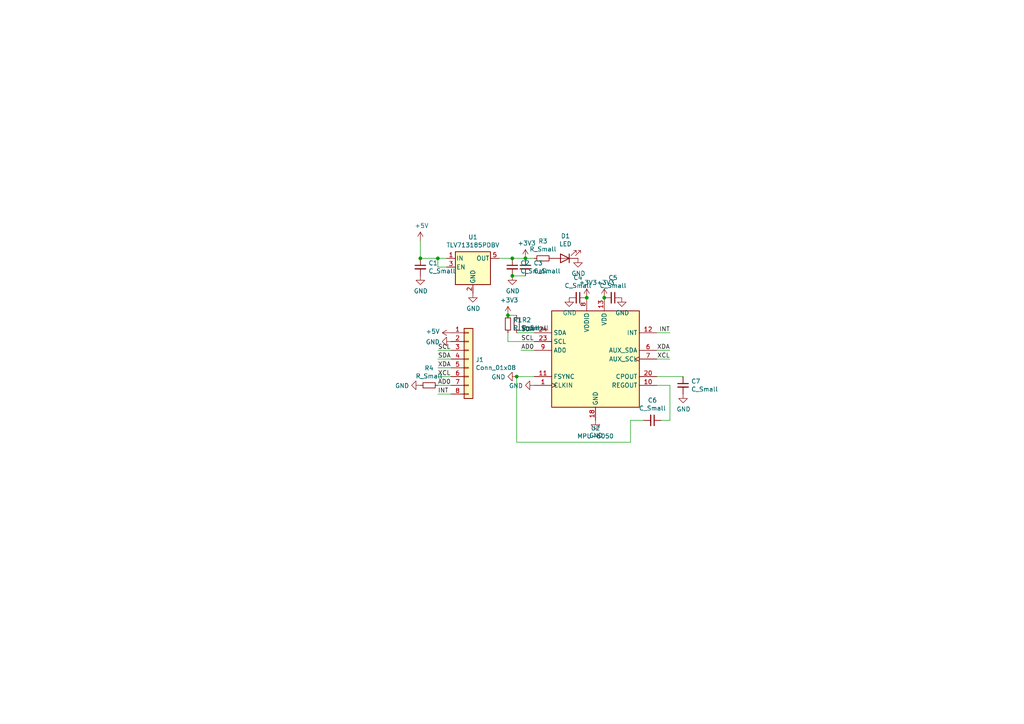
<source format=kicad_sch>
(kicad_sch (version 20211123) (generator eeschema)
  (paper "A4")
  (lib_symbols
    (symbol "Connector_Generic:Conn_01x08" (pin_names (offset 1.016) hide)
      (property "Reference" "J" (at 0 10.16 0))
      (property "Value" "Conn_01x08" (at 0 -12.7 0))
      (symbol "Conn_01x08_1_1"
        (rectangle (start -1.27 -10.033) (end 0 -10.287) (stroke (width 0.1524)))
        (rectangle (start -1.27 -7.493) (end 0 -7.747) (stroke (width 0.1524)))
        (rectangle (start -1.27 -4.953) (end 0 -5.207) (stroke (width 0.1524)))
        (rectangle (start -1.27 -2.413) (end 0 -2.667) (stroke (width 0.1524)))
        (rectangle (start -1.27 0.127) (end 0 -0.127) (stroke (width 0.1524)))
        (rectangle (start -1.27 2.667) (end 0 2.413) (stroke (width 0.1524)))
        (rectangle (start -1.27 5.207) (end 0 4.953) (stroke (width 0.1524)))
        (rectangle (start -1.27 7.747) (end 0 7.493) (stroke (width 0.1524)))
        (rectangle (start -1.27 8.89) (end 1.27 -11.43) (stroke (width 0.254)) (fill (type background)))
        (pin passive line (at -5.08 7.62 0) (length 3.81) (name "Pin_1") (number "1"))
        (pin passive line (at -5.08 5.08 0) (length 3.81) (name "Pin_2") (number "2"))
        (pin passive line (at -5.08 2.54 0) (length 3.81) (name "Pin_3") (number "3"))
        (pin passive line (at -5.08 0 0) (length 3.81) (name "Pin_4") (number "4"))
        (pin passive line (at -5.08 -2.54 0) (length 3.81) (name "Pin_5") (number "5"))
        (pin passive line (at -5.08 -5.08 0) (length 3.81) (name "Pin_6") (number "6"))
        (pin passive line (at -5.08 -7.62 0) (length 3.81) (name "Pin_7") (number "7"))
        (pin passive line (at -5.08 -10.16 0) (length 3.81) (name "Pin_8") (number "8"))
      )
    )
    (symbol "Device:C_Small" (pin_numbers hide) (pin_names (offset 0.254) hide)
      (property "Reference" "C" (at 0.254 1.778 0))
      (property "Value" "C_Small" (at 0.254 -2.032 0))
      (symbol "C_Small_0_1"
        (polyline (pts (xy -1.524 -0.508) (xy 1.524 -0.508)) (stroke (width 0.3302)))
        (polyline (pts (xy -1.524 0.508) (xy 1.524 0.508)) (stroke (width 0.3048)))
      )
      (symbol "C_Small_1_1"
        (pin passive line (at 0 2.54 270) (length 2.032) (name "~") (number "1"))
        (pin passive line (at 0 -2.54 90) (length 2.032) (name "~") (number "2"))
      )
    )
    (symbol "Device:LED" (pin_numbers hide) (pin_names (offset 1.016) hide)
      (property "Reference" "D" (at 0 2.54 0))
      (property "Value" "LED" (at 0 -2.54 0))
      (symbol "LED_0_1"
        (polyline (pts (xy -1.27 -1.27) (xy -1.27 1.27)) (stroke (width 0.254)))
        (polyline (pts (xy -1.27 0) (xy 1.27 0)))
        (polyline (pts (xy 1.27 -1.27) (xy 1.27 1.27) (xy -1.27 0) (xy 1.27 -1.27)) (stroke (width 0.254)))
        (polyline (pts (xy -3.048 -0.762) (xy -4.572 -2.286) (xy -3.81 -2.286) (xy -4.572 -2.286) (xy -4.572 -1.524)))
        (polyline (pts (xy -1.778 -0.762) (xy -3.302 -2.286) (xy -2.54 -2.286) (xy -3.302 -2.286) (xy -3.302 -1.524)))
      )
      (symbol "LED_1_1"
        (pin passive line (at -3.81 0 0) (length 2.54) (name "K") (number "1"))
        (pin passive line (at 3.81 0 180) (length 2.54) (name "A") (number "2"))
      )
    )
    (symbol "Device:R_Small" (pin_numbers hide) (pin_names (offset 0.254) hide)
      (property "Reference" "R" (at 0.762 0.508 0))
      (property "Value" "R_Small" (at 0.762 -1.016 0))
      (symbol "R_Small_0_1"
        (rectangle (start -0.762 1.778) (end 0.762 -1.778) (stroke (width 0.2032)))
      )
      (symbol "R_Small_1_1"
        (pin passive line (at 0 2.54 270) (length 0.762) (name "~") (number "1"))
        (pin passive line (at 0 -2.54 90) (length 0.762) (name "~") (number "2"))
      )
    )
    (symbol "Regulator_Linear:TLV713185PDBV" (pin_names (offset 0.254))
      (property "Reference" "U" (at -3.81 5.715 0))
      (property "Value" "TLV713185PDBV" (at 0 5.715 0))
      (symbol "TLV713185PDBV_0_1"
        (rectangle (start -5.08 4.445) (end 5.08 -5.08) (stroke (width 0.254)) (fill (type background)))
      )
      (symbol "TLV713185PDBV_1_1"
        (pin power_in line (at -7.62 2.54 0) (length 2.54) (name "IN") (number "1"))
        (pin power_in line (at 0 -7.62 90) (length 2.54) (name "GND") (number "2"))
        (pin input line (at -7.62 0 0) (length 2.54) (name "EN") (number "3"))
        (pin no_connect line (at 5.08 0 180) (length 2.54) hide (name "NC") (number "4"))
        (pin power_out line (at 7.62 2.54 180) (length 2.54) (name "OUT") (number "5"))
      )
    )
    (symbol "Sensor_Motion:MPU-6050"
      (property "Reference" "U" (at -11.43 13.97 0))
      (property "Value" "MPU-6050" (at 7.62 -15.24 0))
      (symbol "MPU-6050_0_0"
        (text "" (at 12.7 -2.54 0) (effects (font (size 1.27 1.27))))
      )
      (symbol "MPU-6050_0_1"
        (rectangle (start -12.7 13.97) (end 12.7 -13.97) (stroke (width 0.254)) (fill (type background)))
      )
      (symbol "MPU-6050_1_1"
        (pin input clock (at -17.78 -7.62 0) (length 5.08) (name "CLKIN") (number "1"))
        (pin passive line (at 17.78 -7.62 180) (length 5.08) (name "REGOUT") (number "10"))
        (pin input line (at -17.78 -5.08 0) (length 5.08) (name "FSYNC") (number "11"))
        (pin output line (at 17.78 7.62 180) (length 5.08) (name "INT") (number "12"))
        (pin power_in line (at 2.54 17.78 270) (length 3.81) (name "VDD") (number "13"))
        (pin no_connect line (at -12.7 -10.16 0) (length 2.54) hide (name "NC") (number "14"))
        (pin no_connect line (at 12.7 12.7 180) (length 2.54) hide (name "NC") (number "15"))
        (pin no_connect line (at 12.7 10.16 180) (length 2.54) hide (name "NC") (number "16"))
        (pin no_connect line (at 12.7 5.08 180) (length 2.54) hide (name "NC") (number "17"))
        (pin power_in line (at 0 -17.78 90) (length 3.81) (name "GND") (number "18"))
        (pin no_connect line (at 12.7 -10.16 180) (length 2.54) hide (name "NC") (number "19"))
        (pin no_connect line (at -12.7 12.7 0) (length 2.54) hide (name "NC") (number "2"))
        (pin passive line (at 17.78 -5.08 180) (length 5.08) (name "CPOUT") (number "20"))
        (pin no_connect line (at 12.7 -2.54 180) (length 2.54) hide (name "NC") (number "21"))
        (pin no_connect line (at 12.7 -12.7 180) (length 2.54) hide (name "NC") (number "22"))
        (pin input line (at -17.78 5.08 0) (length 5.08) (name "SCL") (number "23"))
        (pin bidirectional line (at -17.78 7.62 0) (length 5.08) (name "SDA") (number "24"))
        (pin no_connect line (at -12.7 10.16 0) (length 2.54) hide (name "NC") (number "3"))
        (pin no_connect line (at -12.7 0 0) (length 2.54) hide (name "NC") (number "4"))
        (pin no_connect line (at -12.7 -2.54 0) (length 2.54) hide (name "NC") (number "5"))
        (pin bidirectional line (at 17.78 2.54 180) (length 5.08) (name "AUX_SDA") (number "6"))
        (pin output clock (at 17.78 0 180) (length 5.08) (name "AUX_SCL") (number "7"))
        (pin power_in line (at -2.54 17.78 270) (length 3.81) (name "VDDIO") (number "8"))
        (pin input line (at -17.78 2.54 0) (length 5.08) (name "AD0") (number "9"))
      )
    )
    (symbol "power:+3.3V" (power) (pin_names (offset 0))
      (property "Value" "+3.3V" (at 0 3.556 0))
      (symbol "+3.3V_0_1"
        (polyline (pts (xy -0.762 1.27) (xy 0 2.54)))
        (polyline (pts (xy 0 0) (xy 0 2.54)))
        (polyline (pts (xy 0 2.54) (xy 0.762 1.27)))
      )
      (symbol "+3.3V_1_1"
        (pin power_in line (at 0 0 90) (length 0) hide (name "+3V3") (number "1"))
      )
    )
    (symbol "power:+5V" (power) (pin_names (offset 0))
      (property "Value" "+5V" (at 0 3.556 0))
      (symbol "+5V_0_1"
        (polyline (pts (xy -0.762 1.27) (xy 0 2.54)))
        (polyline (pts (xy 0 0) (xy 0 2.54)))
        (polyline (pts (xy 0 2.54) (xy 0.762 1.27)))
      )
      (symbol "+5V_1_1"
        (pin power_in line (at 0 0 90) (length 0) hide (name "+5V") (number "1"))
      )
    )
    (symbol "power:GND" (power) (pin_names (offset 0))
      (property "Value" "GND" (at 0 -3.81 0))
      (symbol "GND_0_1"
        (polyline (pts (xy 0 0) (xy 0 -1.27) (xy 1.27 -1.27) (xy 0 -2.54) (xy -1.27 -1.27) (xy 0 -1.27)))
      )
      (symbol "GND_1_1"
        (pin power_in line (at 0 0 270) (length 0) hide (name "GND") (number "1"))
      )
    )
  )
  (junction (at 175.26 86.36))
  (junction (at 148.59 80.01))
  (junction (at 149.86 109.22))
  (junction (at 170.18 86.36))
  (junction (at 148.59 74.93))
  (junction (at 127 74.93))
  (junction (at 121.92 74.93))
  (junction (at 147.32 91.44))
  (junction (at 152.4 74.93))
  (wire (pts (xy 182.88 121.92) (xy 182.88 128.27)))
  (wire (pts (xy 182.88 128.27) (xy 149.86 128.27)))
  (wire (pts (xy 129.54 77.47) (xy 127 77.47)))
  (wire (pts (xy 130.81 111.76) (xy 127 111.76)))
  (wire (pts (xy 121.92 74.93) (xy 121.92 69.85)))
  (wire (pts (xy 186.69 121.92) (xy 182.88 121.92)))
  (wire (pts (xy 152.4 80.01) (xy 148.59 80.01)))
  (wire (pts (xy 149.86 91.44) (xy 147.32 91.44)))
  (wire (pts (xy 144.78 74.93) (xy 148.59 74.93)))
  (wire (pts (xy 148.59 74.93) (xy 152.4 74.93)))
  (wire (pts (xy 129.54 74.93) (xy 127 74.93)))
  (wire (pts (xy 149.86 128.27) (xy 149.86 109.22)))
  (wire (pts (xy 194.31 111.76) (xy 194.31 121.92)))
  (wire (pts (xy 190.5 104.14) (xy 194.31 104.14)))
  (wire (pts (xy 130.81 109.22) (xy 127 109.22)))
  (wire (pts (xy 127 77.47) (xy 127 74.93)))
  (wire (pts (xy 130.81 106.68) (xy 127 106.68)))
  (wire (pts (xy 147.32 99.06) (xy 154.94 99.06)))
  (wire (pts (xy 190.5 96.52) (xy 194.31 96.52)))
  (wire (pts (xy 130.81 101.6) (xy 127 101.6)))
  (wire (pts (xy 154.94 101.6) (xy 151.13 101.6)))
  (wire (pts (xy 149.86 96.52) (xy 154.94 96.52)))
  (wire (pts (xy 194.31 121.92) (xy 191.77 121.92)))
  (wire (pts (xy 130.81 104.14) (xy 127 104.14)))
  (wire (pts (xy 130.81 114.3) (xy 127 114.3)))
  (wire (pts (xy 149.86 109.22) (xy 154.94 109.22)))
  (wire (pts (xy 147.32 96.52) (xy 147.32 99.06)))
  (wire (pts (xy 190.5 101.6) (xy 194.31 101.6)))
  (wire (pts (xy 190.5 111.76) (xy 194.31 111.76)))
  (wire (pts (xy 190.5 109.22) (xy 198.12 109.22)))
  (wire (pts (xy 152.4 74.93) (xy 154.94 74.93)))
  (wire (pts (xy 127 74.93) (xy 121.92 74.93)))
  (label "SCL" (at 151.13 99.06 0))
  (label "SCL" (at 127 101.6 0))
  (label "SDA" (at 151.13 96.52 0))
  (label "INT" (at 194.31 96.52 180))
  (label "XCL" (at 127 109.22 0))
  (label "AD0" (at 151.13 101.6 0))
  (label "XDA" (at 127 106.68 0))
  (label "INT" (at 127 114.3 0))
  (label "XDA" (at 194.31 101.6 180))
  (label "XCL" (at 194.31 104.14 180))
  (label "SDA" (at 127 104.14 0))
  (label "AD0" (at 127 111.76 0))
  (symbol (lib_id "Regulator_Linear:TLV713185PDBV") (at 137.16 77.47 0) (unit 1)
    (property "Reference" "U1" (at 137.16 68.7832 0))
    (property "Value" "TLV713185PDBV" (at 137.16 71.0946 0))
    (property "Footprint" "Package_TO_SOT_SMD:SOT-23-5" (effects hide))
    (property "Datasheet" "http://www.ti.com/lit/ds/symlink/tlv713p.pdf" (effects hide))
    (property "LCSC" "C26833" (effects hide))
  )
  (symbol (lib_id "Sensor_Motion:MPU-6050") (at 172.72 104.14 0) (unit 1)
    (property "Reference" "U2" (at 172.72 124.1806 0))
    (property "Value" "MPU-6050" (at 172.72 126.492 0))
    (property "Footprint" "Sensor_Motion:InvenSense_QFN-24_4x4mm_P0.5mm" (effects hide))
    (property "Datasheet" "https://store.invensense.com/datasheets/invensense/MPU-6050_DataSheet_V3%204.pdf" (effects hide))
    (property "LCSC" "C24112" (effects hide))
  )
  (symbol (lib_id "power:+5V") (at 121.92 69.85 0) (unit 1)
    (property "Reference" "#PWR0101" (effects hide))
    (property "Value" "+5V" (at 122.301 65.4558 0))
  )
  (symbol (lib_id "Device:C_Small") (at 121.92 77.47 0) (unit 1)
    (property "Reference" "C1" (at 124.2568 76.3016 0) (effects (justify left)))
    (property "Value" "C_Small" (at 124.2568 78.613 0) (effects (justify left)))
    (property "Footprint" "Capacitor_SMD:C_0603_1608Metric" (effects hide))
    (property "LCSC" "C152896" (effects hide))
  )
  (symbol (lib_id "power:GND") (at 121.92 80.01 0) (unit 1)
    (property "Reference" "#PWR0102" (effects hide))
    (property "Value" "GND" (at 122.047 84.4042 0))
  )
  (symbol (lib_id "power:GND") (at 137.16 85.09 0) (unit 1)
    (property "Reference" "#PWR0103" (effects hide))
    (property "Value" "GND" (at 137.287 89.4842 0))
  )
  (symbol (lib_id "Device:C_Small") (at 148.59 77.47 0) (unit 1)
    (property "Reference" "C2" (at 150.9268 76.3016 0) (effects (justify left)))
    (property "Value" "C_Small" (at 150.9268 78.613 0) (effects (justify left)))
    (property "Footprint" "Capacitor_Tantalum_SMD:CP_EIA-3216-10_Kemet-I" (effects hide))
    (property "LCSC" "C7171" (effects hide))
  )
  (symbol (lib_id "Device:C_Small") (at 152.4 77.47 0) (unit 1)
    (property "Reference" "C3" (at 154.7368 76.3016 0) (effects (justify left)))
    (property "Value" "C_Small" (at 154.7368 78.613 0) (effects (justify left)))
    (property "Footprint" "Capacitor_SMD:C_0603_1608Metric" (effects hide))
    (property "LCSC" "C30926" (effects hide))
  )
  (symbol (lib_id "power:GND") (at 148.59 80.01 0) (unit 1)
    (property "Reference" "#PWR0104" (effects hide))
    (property "Value" "GND" (at 148.717 84.4042 0))
  )
  (symbol (lib_id "power:+3.3V") (at 152.4 74.93 0) (unit 1)
    (property "Reference" "#PWR0105" (effects hide))
    (property "Value" "+3.3V" (at 152.781 70.5358 0))
  )
  (symbol (lib_id "Device:R_Small") (at 157.48 74.93 270) (unit 1)
    (property "Reference" "R3" (at 157.48 69.9516 90))
    (property "Value" "R_Small" (at 157.48 72.263 90))
    (property "Footprint" "Resistor_SMD:R_0603_1608Metric" (effects hide))
    (property "LCSC" "C21190" (effects hide))
  )
  (symbol (lib_id "Device:LED") (at 163.83 74.93 180) (unit 1)
    (property "Reference" "D1" (at 164.0078 68.453 0))
    (property "Value" "LED" (at 164.0078 70.7644 0))
    (property "Footprint" "LED_SMD:LED_0603_1608Metric" (effects hide))
    (property "LCSC" "C165982" (effects hide))
  )
  (symbol (lib_id "power:GND") (at 167.64 74.93 0) (unit 1)
    (property "Reference" "#PWR0106" (effects hide))
    (property "Value" "GND" (at 167.767 79.3242 0))
  )
  (symbol (lib_id "power:+3.3V") (at 147.32 91.44 0) (unit 1)
    (property "Reference" "#PWR0107" (effects hide))
    (property "Value" "+3.3V" (at 147.701 87.0458 0))
  )
  (symbol (lib_id "Device:R_Small") (at 149.86 93.98 180) (unit 1)
    (property "Reference" "R2" (at 151.3586 92.8116 0) (effects (justify right)))
    (property "Value" "R_Small" (at 151.3586 95.123 0) (effects (justify right)))
    (property "Footprint" "Resistor_SMD:R_0603_1608Metric" (effects hide))
    (property "LCSC" "C4190" (effects hide))
  )
  (symbol (lib_id "Device:R_Small") (at 147.32 93.98 180) (unit 1)
    (property "Reference" "R1" (at 148.8186 92.8116 0) (effects (justify right)))
    (property "Value" "R_Small" (at 148.8186 95.123 0) (effects (justify right)))
    (property "Footprint" "Resistor_SMD:R_0603_1608Metric" (effects hide))
    (property "LCSC" "C4190" (effects hide))
  )
  (symbol (lib_id "power:+3.3V") (at 170.18 86.36 0) (unit 1)
    (property "Reference" "#PWR0108" (effects hide))
    (property "Value" "+3.3V" (at 170.561 81.9658 0))
  )
  (symbol (lib_id "Device:C_Small") (at 167.64 86.36 270) (unit 1)
    (property "Reference" "C4" (at 167.64 80.5434 90))
    (property "Value" "C_Small" (at 167.64 82.8548 90))
    (property "Footprint" "Capacitor_SMD:C_0603_1608Metric" (effects hide))
    (property "LCSC" "C57112" (effects hide))
  )
  (symbol (lib_id "power:GND") (at 165.1 86.36 0) (unit 1)
    (property "Reference" "#PWR0109" (effects hide))
    (property "Value" "GND" (at 165.227 90.7542 0))
  )
  (symbol (lib_id "power:GND") (at 154.94 111.76 270) (unit 1)
    (property "Reference" "#PWR0110" (effects hide))
    (property "Value" "GND" (at 151.6888 111.887 90) (effects (justify right)))
  )
  (symbol (lib_id "Device:C_Small") (at 189.23 121.92 270) (unit 1)
    (property "Reference" "C6" (at 189.23 116.1034 90))
    (property "Value" "C_Small" (at 189.23 118.4148 90))
    (property "Footprint" "Capacitor_SMD:C_0603_1608Metric" (effects hide))
    (property "LCSC" "C30926" (effects hide))
  )
  (symbol (lib_id "power:GND") (at 172.72 121.92 0) (unit 1)
    (property "Reference" "#PWR0111" (effects hide))
    (property "Value" "GND" (at 172.847 126.3142 0))
  )
  (symbol (lib_id "power:GND") (at 149.86 109.22 270) (unit 1)
    (property "Reference" "#PWR0112" (effects hide))
    (property "Value" "GND" (at 146.6088 109.347 90) (effects (justify right)))
  )
  (symbol (lib_id "Device:C_Small") (at 198.12 111.76 0) (unit 1)
    (property "Reference" "C7" (at 200.4568 110.5916 0) (effects (justify left)))
    (property "Value" "C_Small" (at 200.4568 112.903 0) (effects (justify left)))
    (property "Footprint" "Capacitor_SMD:C_0603_1608Metric" (effects hide))
    (property "LCSC" "C1604" (effects hide))
  )
  (symbol (lib_id "power:GND") (at 198.12 114.3 0) (unit 1)
    (property "Reference" "#PWR0113" (effects hide))
    (property "Value" "GND" (at 198.247 118.6942 0))
  )
  (symbol (lib_id "Device:C_Small") (at 177.8 86.36 270) (unit 1)
    (property "Reference" "C5" (at 177.8 80.5434 90))
    (property "Value" "C_Small" (at 177.8 82.8548 90))
    (property "Footprint" "Capacitor_SMD:C_0603_1608Metric" (effects hide))
    (property "LCSC" "C30926" (effects hide))
  )
  (symbol (lib_id "power:+3.3V") (at 175.26 86.36 0) (unit 1)
    (property "Reference" "#PWR0114" (effects hide))
    (property "Value" "+3.3V" (at 175.641 81.9658 0))
  )
  (symbol (lib_id "power:GND") (at 180.34 86.36 0) (unit 1)
    (property "Reference" "#PWR0115" (effects hide))
    (property "Value" "GND" (at 180.467 90.7542 0))
  )
  (symbol (lib_id "Connector_Generic:Conn_01x08") (at 135.89 104.14 0) (unit 1)
    (property "Reference" "J1" (at 137.922 104.3432 0) (effects (justify left)))
    (property "Value" "Conn_01x08" (at 137.922 106.6546 0) (effects (justify left)))
    (property "Footprint" "Connector_PinHeader_2.54mm:PinHeader_1x08_P2.54mm_Vertical" (effects hide))
  )
  (symbol (lib_id "power:+5V") (at 130.81 96.52 90) (unit 1)
    (property "Reference" "#PWR0116" (effects hide))
    (property "Value" "+5V" (at 127.5588 96.139 90) (effects (justify left)))
  )
  (symbol (lib_id "power:GND") (at 130.81 99.06 270) (unit 1)
    (property "Reference" "#PWR0117" (effects hide))
    (property "Value" "GND" (at 127.5588 99.187 90) (effects (justify right)))
  )
  (symbol (lib_id "Device:R_Small") (at 124.46 111.76 270) (unit 1)
    (property "Reference" "R4" (at 124.46 106.7816 90))
    (property "Value" "R_Small" (at 124.46 109.093 90))
    (property "Footprint" "Resistor_SMD:R_0603_1608Metric" (effects hide))
    (property "LCSC" "C23162" (effects hide))
  )
  (symbol (lib_id "power:GND") (at 121.92 111.76 270) (unit 1)
    (property "Reference" "#PWR0118" (effects hide))
    (property "Value" "GND" (at 118.6688 111.887 90) (effects (justify right)))
  )
)
</source>
